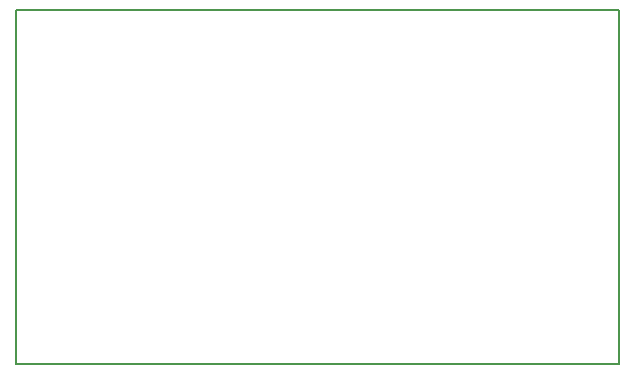
<source format=gm1>
G04 #@! TF.GenerationSoftware,KiCad,Pcbnew,5.1.4-e60b266~84~ubuntu18.04.1*
G04 #@! TF.CreationDate,2019-08-28T22:05:50-03:00*
G04 #@! TF.ProjectId,Franzininho,4672616e-7a69-46e6-996e-686f2e6b6963,rev?*
G04 #@! TF.SameCoordinates,Original*
G04 #@! TF.FileFunction,Profile,NP*
%FSLAX46Y46*%
G04 Gerber Fmt 4.6, Leading zero omitted, Abs format (unit mm)*
G04 Created by KiCad (PCBNEW 5.1.4-e60b266~84~ubuntu18.04.1) date 2019-08-28 22:05:50*
%MOMM*%
%LPD*%
G04 APERTURE LIST*
%ADD10C,0.150000*%
G04 APERTURE END LIST*
D10*
X122967350Y-120018600D02*
X174034850Y-120018600D01*
X174034850Y-120018600D02*
X174034850Y-89988600D01*
X174034850Y-89988600D02*
X122967350Y-89988600D01*
X122967350Y-89988600D02*
X122967350Y-120018600D01*
M02*

</source>
